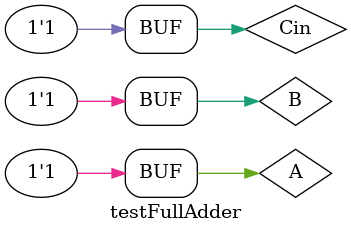
<source format=v>
`timescale 1ns / 1ps


module testFullAdder(

    );
    reg A;
    reg B;
    reg Cin;
    wire S;
    wire Cout;
    fullAdder dut (A,B,Cin,S,Cout);
    initial begin
        A=1'b0; B=1'b0; Cin=1'b0; #10;
        A=1'b0; B=1'b0; Cin=1'b1; #10;
        A=1'b0; B=1'b1; Cin=1'b0; #10;
        A=1'b0; B=1'b1; Cin=1'b1; #10;
        A=1'b1; B=1'b0; Cin=1'b0; #10;
        A=1'b1; B=1'b0; Cin=1'b1; #10;
        A=1'b1; B=1'b1; Cin=1'b0; #10;
        A=1'b1; B=1'b1; Cin=1'b1; #10;
    end
endmodule

</source>
